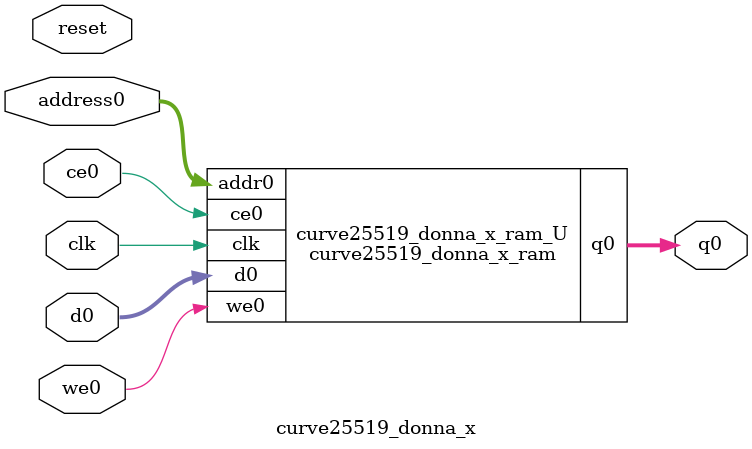
<source format=v>

`timescale 1 ns / 1 ps
module curve25519_donna_x_ram (addr0, ce0, d0, we0, q0,  clk);

parameter DWIDTH = 64;
parameter AWIDTH = 4;
parameter MEM_SIZE = 10;

input[AWIDTH-1:0] addr0;
input ce0;
input[DWIDTH-1:0] d0;
input we0;
output reg[DWIDTH-1:0] q0;
input clk;

(* ram_style = "distributed" *)reg [DWIDTH-1:0] ram[0:MEM_SIZE-1];




always @(posedge clk)  
begin 
    if (ce0) 
    begin
        if (we0) 
        begin 
            ram[addr0] <= d0; 
            q0 <= d0;
        end 
        else 
            q0 <= ram[addr0];
    end
end


endmodule


`timescale 1 ns / 1 ps
module curve25519_donna_x(
    reset,
    clk,
    address0,
    ce0,
    we0,
    d0,
    q0);

parameter DataWidth = 32'd64;
parameter AddressRange = 32'd10;
parameter AddressWidth = 32'd4;
input reset;
input clk;
input[AddressWidth - 1:0] address0;
input ce0;
input we0;
input[DataWidth - 1:0] d0;
output[DataWidth - 1:0] q0;



curve25519_donna_x_ram curve25519_donna_x_ram_U(
    .clk( clk ),
    .addr0( address0 ),
    .ce0( ce0 ),
    .d0( d0 ),
    .we0( we0 ),
    .q0( q0 ));

endmodule


</source>
